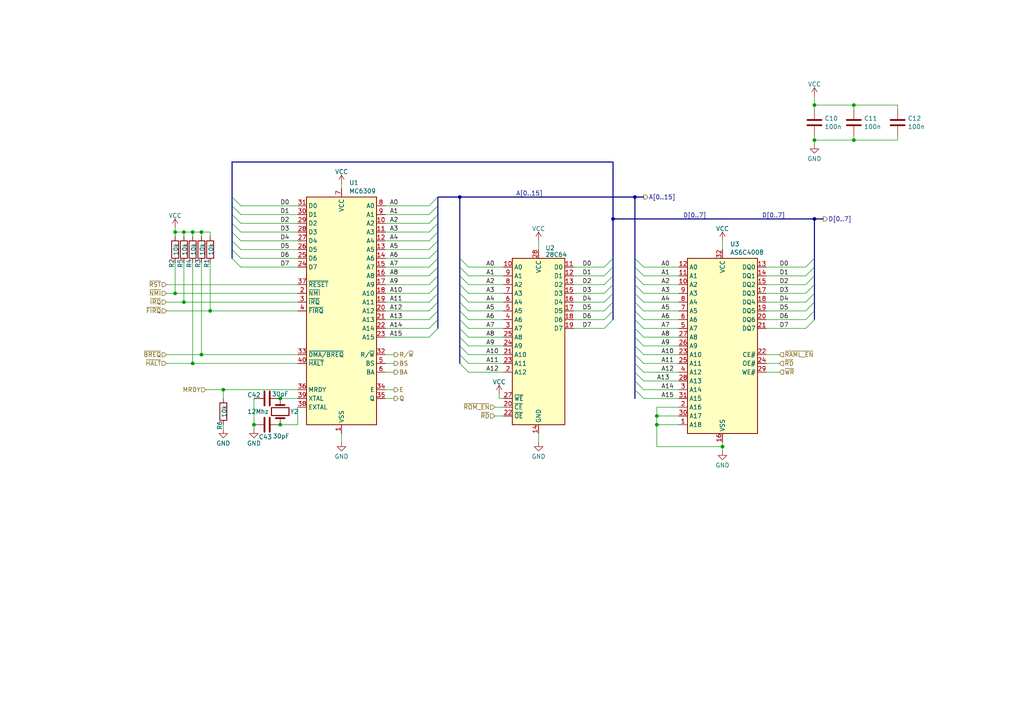
<source format=kicad_sch>
(kicad_sch (version 20231120) (generator "eeschema") (generator_version "8.0")
  (paper "A4")
  (lib_symbols
    (symbol "CPU_NXP_6800:MC6809"
      (property "Reference" "U" (at -7.62 34.29 0))
      (property "Value" "MC6809" (at 10.16 34.29 0))
      (symbol "MC6809_0_1"
        (rectangle (start -10.16 -33.02) (end 10.16 33.02) (stroke (width 0.254)) (fill (type background)))
      )
      (symbol "MC6809_1_1"
        (pin power_in line (at 0 -35.56 90) (length 2.54) (name "VSS") (number "1"))
        (pin output line (at 12.7 25.4 180) (length 2.54) (name "A2") (number "10"))
        (pin output line (at 12.7 22.86 180) (length 2.54) (name "A3") (number "11"))
        (pin output line (at 12.7 20.32 180) (length 2.54) (name "A4") (number "12"))
        (pin output line (at 12.7 17.78 180) (length 2.54) (name "A5") (number "13"))
        (pin output line (at 12.7 15.24 180) (length 2.54) (name "A6") (number "14"))
        (pin output line (at 12.7 12.7 180) (length 2.54) (name "A7") (number "15"))
        (pin output line (at 12.7 10.16 180) (length 2.54) (name "A8") (number "16"))
        (pin output line (at 12.7 7.62 180) (length 2.54) (name "A9") (number "17"))
        (pin output line (at 12.7 5.08 180) (length 2.54) (name "A10") (number "18"))
        (pin output line (at 12.7 2.54 180) (length 2.54) (name "A11") (number "19"))
        (pin input line (at -12.7 5.08 0) (length 2.54) (name "~{NMI}") (number "2"))
        (pin output line (at 12.7 0 180) (length 2.54) (name "A12") (number "20"))
        (pin output line (at 12.7 -2.54 180) (length 2.54) (name "A13") (number "21"))
        (pin output line (at 12.7 -5.08 180) (length 2.54) (name "A14") (number "22"))
        (pin output line (at 12.7 -7.62 180) (length 2.54) (name "A15") (number "23"))
        (pin bidirectional line (at -12.7 12.7 0) (length 2.54) (name "D7") (number "24"))
        (pin bidirectional line (at -12.7 15.24 0) (length 2.54) (name "D6") (number "25"))
        (pin bidirectional line (at -12.7 17.78 0) (length 2.54) (name "D5") (number "26"))
        (pin bidirectional line (at -12.7 20.32 0) (length 2.54) (name "D4") (number "27"))
        (pin bidirectional line (at -12.7 22.86 0) (length 2.54) (name "D3") (number "28"))
        (pin bidirectional line (at -12.7 25.4 0) (length 2.54) (name "D2") (number "29"))
        (pin input line (at -12.7 2.54 0) (length 2.54) (name "~{IRQ}") (number "3"))
        (pin bidirectional line (at -12.7 27.94 0) (length 2.54) (name "D1") (number "30"))
        (pin bidirectional line (at -12.7 30.48 0) (length 2.54) (name "D0") (number "31"))
        (pin output line (at 12.7 -12.7 180) (length 2.54) (name "R/~{W}") (number "32"))
        (pin input line (at -12.7 -12.7 0) (length 2.54) (name "~{DMA/BREQ}") (number "33"))
        (pin output line (at 12.7 -22.86 180) (length 2.54) (name "E") (number "34"))
        (pin output line (at 12.7 -25.4 180) (length 2.54) (name "Q") (number "35"))
        (pin input line (at -12.7 -22.86 0) (length 2.54) (name "MRDY") (number "36"))
        (pin input line (at -12.7 7.62 0) (length 2.54) (name "~{RESET}") (number "37"))
        (pin input line (at -12.7 -27.94 0) (length 2.54) (name "EXTAL") (number "38"))
        (pin input line (at -12.7 -25.4 0) (length 2.54) (name "XTAL") (number "39"))
        (pin input line (at -12.7 0 0) (length 2.54) (name "~{FIRQ}") (number "4"))
        (pin input line (at -12.7 -15.24 0) (length 2.54) (name "~{HALT}") (number "40"))
        (pin output line (at 12.7 -15.24 180) (length 2.54) (name "BS") (number "5"))
        (pin output line (at 12.7 -17.78 180) (length 2.54) (name "BA") (number "6"))
        (pin power_in line (at 0 35.56 270) (length 2.54) (name "VCC") (number "7"))
        (pin output line (at 12.7 30.48 180) (length 2.54) (name "A0") (number "8"))
        (pin output line (at 12.7 27.94 180) (length 2.54) (name "A1") (number "9"))
      )
    )
    (symbol "Device:C" (pin_numbers hide) (pin_names (offset 0.254))
      (property "Reference" "C" (at 0.635 2.54 0))
      (property "Value" "C" (at 0.635 -2.54 0))
      (symbol "C_0_1"
        (polyline (pts (xy -2.032 -0.762) (xy 2.032 -0.762)) (stroke (width 0.508)))
        (polyline (pts (xy -2.032 0.762) (xy 2.032 0.762)) (stroke (width 0.508)))
      )
      (symbol "C_1_1"
        (pin passive line (at 0 3.81 270) (length 2.794) (name "~") (number "1"))
        (pin passive line (at 0 -3.81 90) (length 2.794) (name "~") (number "2"))
      )
    )
    (symbol "Device:Crystal" (pin_numbers hide) (pin_names (offset 1.016) hide)
      (property "Reference" "Y" (at 0 3.81 0))
      (property "Value" "Crystal" (at 0 -3.81 0))
      (symbol "Crystal_0_1"
        (rectangle (start -1.143 2.54) (end 1.143 -2.54) (stroke (width 0.3048)))
        (polyline (pts (xy -2.54 0) (xy -1.905 0)))
        (polyline (pts (xy -1.905 -1.27) (xy -1.905 1.27)) (stroke (width 0.508)))
        (polyline (pts (xy 1.905 -1.27) (xy 1.905 1.27)) (stroke (width 0.508)))
        (polyline (pts (xy 2.54 0) (xy 1.905 0)))
      )
      (symbol "Crystal_1_1"
        (pin passive line (at -3.81 0 0) (length 1.27) (name "1") (number "1"))
        (pin passive line (at 3.81 0 180) (length 1.27) (name "2") (number "2"))
      )
    )
    (symbol "Device:R" (pin_numbers hide) (pin_names (offset 0))
      (property "Reference" "R" (at 2.032 0 90))
      (property "Value" "R" (at 0 0 90))
      (symbol "R_0_1"
        (rectangle (start -1.016 -2.54) (end 1.016 2.54) (stroke (width 0.254)))
      )
      (symbol "R_1_1"
        (pin passive line (at 0 3.81 270) (length 1.27) (name "~") (number "1"))
        (pin passive line (at 0 -3.81 90) (length 1.27) (name "~") (number "2"))
      )
    )
    (symbol "Memory_EPROM:27C64"
      (property "Reference" "U2" (at 1.9559 25.8699 0))
      (property "Value" "28C64" (at 1.9559 23.9489 0))
      (symbol "27C64_1_1"
        (rectangle (start -7.62 22.86) (end 7.62 -25.4) (stroke (width 0.254)) (fill (type background)))
        (pin input line (at -10.16 20.32 0) (length 2.54) (name "A0") (number "10"))
        (pin tri_state line (at 10.16 20.32 180) (length 2.54) (name "D0") (number "11"))
        (pin tri_state line (at 10.16 17.78 180) (length 2.54) (name "D1") (number "12"))
        (pin tri_state line (at 10.16 15.24 180) (length 2.54) (name "D2") (number "13"))
        (pin power_in line (at 0 -27.94 90) (length 2.54) (name "GND") (number "14"))
        (pin tri_state line (at 10.16 12.7 180) (length 2.54) (name "D3") (number "15"))
        (pin tri_state line (at 10.16 10.16 180) (length 2.54) (name "D4") (number "16"))
        (pin tri_state line (at 10.16 7.62 180) (length 2.54) (name "D5") (number "17"))
        (pin tri_state line (at 10.16 5.08 180) (length 2.54) (name "D6") (number "18"))
        (pin tri_state line (at 10.16 2.54 180) (length 2.54) (name "D7") (number "19"))
        (pin input line (at -10.16 -10.16 0) (length 2.54) (name "A12") (number "2"))
        (pin input line (at -10.16 -20.32 0) (length 2.54) (name "~{CE}") (number "20"))
        (pin input line (at -10.16 -5.08 0) (length 2.54) (name "A10") (number "21"))
        (pin input line (at -10.16 -22.86 0) (length 2.54) (name "~{OE}") (number "22"))
        (pin input line (at -10.16 -7.62 0) (length 2.54) (name "A11") (number "23"))
        (pin input line (at -10.16 -2.54 0) (length 2.54) (name "A9") (number "24"))
        (pin input line (at -10.16 0 0) (length 2.54) (name "A8") (number "25"))
        (pin no_connect line (at 7.62 0 180) (length 2.54) hide (name "NC") (number "26"))
        (pin input line (at -10.16 -17.78 0) (length 2.54) (name "~{WE}") (number "27"))
        (pin power_in line (at 0 25.4 270) (length 2.54) (name "VCC") (number "28"))
        (pin input line (at -10.16 2.54 0) (length 2.54) (name "A7") (number "3"))
        (pin input line (at -10.16 5.08 0) (length 2.54) (name "A6") (number "4"))
        (pin input line (at -10.16 7.62 0) (length 2.54) (name "A5") (number "5"))
        (pin input line (at -10.16 10.16 0) (length 2.54) (name "A4") (number "6"))
        (pin input line (at -10.16 12.7 0) (length 2.54) (name "A3") (number "7"))
        (pin input line (at -10.16 15.24 0) (length 2.54) (name "A2") (number "8"))
        (pin input line (at -10.16 17.78 0) (length 2.54) (name "A1") (number "9"))
      )
    )
    (symbol "Memory_RAM:AS6C4008-55PCN"
      (property "Reference" "U" (at -10.16 26.035 0))
      (property "Value" "AS6C4008-55PCN" (at 2.54 26.035 0))
      (symbol "AS6C4008-55PCN_0_0"
        (pin power_in line (at 0 -27.94 90) (length 2.54) (name "VSS") (number "16"))
        (pin power_in line (at 0 27.94 270) (length 2.54) (name "VCC") (number "32"))
      )
      (symbol "AS6C4008-55PCN_0_1"
        (rectangle (start -10.16 25.4) (end 10.16 -25.4) (stroke (width 0.254)) (fill (type background)))
      )
      (symbol "AS6C4008-55PCN_1_1"
        (pin input line (at -12.7 -22.86 0) (length 2.54) (name "A18") (number "1"))
        (pin input line (at -12.7 17.78 0) (length 2.54) (name "A2") (number "10"))
        (pin input line (at -12.7 20.32 0) (length 2.54) (name "A1") (number "11"))
        (pin input line (at -12.7 22.86 0) (length 2.54) (name "A0") (number "12"))
        (pin tri_state line (at 12.7 22.86 180) (length 2.54) (name "DQ0") (number "13"))
        (pin tri_state line (at 12.7 20.32 180) (length 2.54) (name "DQ1") (number "14"))
        (pin tri_state line (at 12.7 17.78 180) (length 2.54) (name "DQ2") (number "15"))
        (pin tri_state line (at 12.7 15.24 180) (length 2.54) (name "DQ3") (number "17"))
        (pin tri_state line (at 12.7 12.7 180) (length 2.54) (name "DQ4") (number "18"))
        (pin tri_state line (at 12.7 10.16 180) (length 2.54) (name "DQ5") (number "19"))
        (pin input line (at -12.7 -17.78 0) (length 2.54) (name "A16") (number "2"))
        (pin tri_state line (at 12.7 7.62 180) (length 2.54) (name "DQ6") (number "20"))
        (pin tri_state line (at 12.7 5.08 180) (length 2.54) (name "DQ7") (number "21"))
        (pin input line (at 12.7 -2.54 180) (length 2.54) (name "CE#") (number "22"))
        (pin input line (at -12.7 -2.54 0) (length 2.54) (name "A10") (number "23"))
        (pin input line (at 12.7 -5.08 180) (length 2.54) (name "OE#") (number "24"))
        (pin input line (at -12.7 -5.08 0) (length 2.54) (name "A11") (number "25"))
        (pin input line (at -12.7 0 0) (length 2.54) (name "A9") (number "26"))
        (pin input line (at -12.7 2.54 0) (length 2.54) (name "A8") (number "27"))
        (pin input line (at -12.7 -10.16 0) (length 2.54) (name "A13") (number "28"))
        (pin input line (at 12.7 -7.62 180) (length 2.54) (name "WE#") (number "29"))
        (pin input line (at -12.7 -12.7 0) (length 2.54) (name "A14") (number "3"))
        (pin input line (at -12.7 -20.32 0) (length 2.54) (name "A17") (number "30"))
        (pin input line (at -12.7 -15.24 0) (length 2.54) (name "A15") (number "31"))
        (pin input line (at -12.7 -7.62 0) (length 2.54) (name "A12") (number "4"))
        (pin input line (at -12.7 5.08 0) (length 2.54) (name "A7") (number "5"))
        (pin input line (at -12.7 7.62 0) (length 2.54) (name "A6") (number "6"))
        (pin input line (at -12.7 10.16 0) (length 2.54) (name "A5") (number "7"))
        (pin input line (at -12.7 12.7 0) (length 2.54) (name "A4") (number "8"))
        (pin input line (at -12.7 15.24 0) (length 2.54) (name "A3") (number "9"))
      )
    )
    (symbol "power:GND" (power) (pin_names (offset 0))
      (property "Value" "GND" (at 0 -3.81 0))
      (symbol "GND_0_1"
        (polyline (pts (xy 0 0) (xy 0 -1.27) (xy 1.27 -1.27) (xy 0 -2.54) (xy -1.27 -1.27) (xy 0 -1.27)))
      )
      (symbol "GND_1_1"
        (pin power_in line (at 0 0 270) (length 0) hide (name "GND") (number "1"))
      )
    )
    (symbol "power:VCC" (power) (pin_names (offset 0))
      (property "Value" "VCC" (at 0 3.81 0))
      (symbol "VCC_0_1"
        (polyline (pts (xy -0.762 1.27) (xy 0 2.54)))
        (polyline (pts (xy 0 0) (xy 0 2.54)))
        (polyline (pts (xy 0 2.54) (xy 0.762 1.27)))
      )
      (symbol "VCC_1_1"
        (pin power_in line (at 0 0 90) (length 0) hide (name "VCC") (number "1"))
      )
    )
  )
  (bus_alias "" (members))
  (bus_alias "BUS" (members "{A[15..0]" "AM[23..13]" "D[7..0]" "~{RD}" "~{WR}" "E" "Q" "R/~{W}" "~{IRQ}" "~{FIRQ}" "~{NMI}" "~{RST}" "~{HALT}" "~{BREQ}" "MRDY" "BS" "BA" "~{ROM_EN}" "~{RAML_EN}" "~{RAMH_EN}}"))
  (bus_alias "CPU_BUS" (members "A[15..0]" "AM[23..13]" "D[7..0]" "~RD" "~WR" "E" "Q" "R/~W" "~IRQ" "~FIRQ" "~NMI" "~RST" "~HALT" "~BREQ" "MRDY" "BS" "BA" "~ROM_EN" "~RAML_EN" "~RAMH_EN"))
  (junction (at 236.22 40.64))
  (junction (at 50.8 67.31))
  (junction (at 55.88 105.41))
  (junction (at 58.42 67.31))
  (junction (at 64.77 113.03))
  (junction (at 236.22 30.48))
  (junction (at 50.8 85.09))
  (junction (at 60.96 90.17))
  (junction (at 247.65 40.64))
  (junction (at 209.55 129.54))
  (junction (at 73.66 123.19))
  (junction (at 133.35 57.15))
  (junction (at 55.88 67.31))
  (junction (at 247.65 30.48))
  (junction (at 81.28 115.57))
  (junction (at 190.5 123.19))
  (junction (at 236.22 63.5))
  (junction (at 53.34 87.63))
  (junction (at 184.15 57.15))
  (junction (at 58.42 102.87))
  (junction (at 53.34 67.31))
  (junction (at 81.28 123.19))
  (junction (at 190.5 120.65))
  (junction (at 177.8 63.5))
  (bus_entry (at 124.46 62.23) (size 2.54 -2.54))
  (bus_entry (at 133.35 74.93) (size 2.54 2.54))
  (bus_entry (at 175.26 87.63) (size 2.54 -2.54))
  (bus_entry (at 175.26 77.47) (size 2.54 -2.54))
  (bus_entry (at 124.46 59.69) (size 2.54 -2.54))
  (bus_entry (at 175.26 85.09) (size 2.54 -2.54))
  (bus_entry (at 236.22 90.17) (size -2.54 2.54))
  (bus_entry (at 67.31 57.15) (size 2.54 2.54))
  (bus_entry (at 184.15 95.25) (size 2.54 2.54))
  (bus_entry (at 175.26 80.01) (size 2.54 -2.54))
  (bus_entry (at 133.35 102.87) (size 2.54 2.54))
  (bus_entry (at 133.35 100.33) (size 2.54 2.54))
  (bus_entry (at 67.31 67.31) (size 2.54 2.54))
  (bus_entry (at 124.46 64.77) (size 2.54 -2.54))
  (bus_entry (at 124.46 80.01) (size 2.54 -2.54))
  (bus_entry (at 124.46 90.17) (size 2.54 -2.54))
  (bus_entry (at 184.15 110.49) (size 2.54 2.54))
  (bus_entry (at 124.46 87.63) (size 2.54 -2.54))
  (bus_entry (at 184.15 82.55) (size 2.54 2.54))
  (bus_entry (at 236.22 77.47) (size -2.54 2.54))
  (bus_entry (at 124.46 74.93) (size 2.54 -2.54))
  (bus_entry (at 236.22 87.63) (size -2.54 2.54))
  (bus_entry (at 175.26 95.25) (size 2.54 -2.54))
  (bus_entry (at 124.46 67.31) (size 2.54 -2.54))
  (bus_entry (at 184.15 92.71) (size 2.54 2.54))
  (bus_entry (at 133.35 97.79) (size 2.54 2.54))
  (bus_entry (at 184.15 100.33) (size 2.54 2.54))
  (bus_entry (at 184.15 105.41) (size 2.54 2.54))
  (bus_entry (at 184.15 85.09) (size 2.54 2.54))
  (bus_entry (at 124.46 85.09) (size 2.54 -2.54))
  (bus_entry (at 133.35 85.09) (size 2.54 2.54))
  (bus_entry (at 67.31 64.77) (size 2.54 2.54))
  (bus_entry (at 133.35 87.63) (size 2.54 2.54))
  (bus_entry (at 124.46 92.71) (size 2.54 -2.54))
  (bus_entry (at 184.15 77.47) (size 2.54 2.54))
  (bus_entry (at 67.31 69.85) (size 2.54 2.54))
  (bus_entry (at 184.15 97.79) (size 2.54 2.54))
  (bus_entry (at 133.35 90.17) (size 2.54 2.54))
  (bus_entry (at 175.26 82.55) (size 2.54 -2.54))
  (bus_entry (at 133.35 80.01) (size 2.54 2.54))
  (bus_entry (at 236.22 85.09) (size -2.54 2.54))
  (bus_entry (at 236.22 74.93) (size -2.54 2.54))
  (bus_entry (at 236.22 82.55) (size -2.54 2.54))
  (bus_entry (at 124.46 97.79) (size 2.54 -2.54))
  (bus_entry (at 124.46 95.25) (size 2.54 -2.54))
  (bus_entry (at 67.31 74.93) (size 2.54 2.54))
  (bus_entry (at 184.15 87.63) (size 2.54 2.54))
  (bus_entry (at 124.46 69.85) (size 2.54 -2.54))
  (bus_entry (at 184.15 90.17) (size 2.54 2.54))
  (bus_entry (at 184.15 113.03) (size 2.54 2.54))
  (bus_entry (at 133.35 77.47) (size 2.54 2.54))
  (bus_entry (at 184.15 107.95) (size 2.54 2.54))
  (bus_entry (at 175.26 90.17) (size 2.54 -2.54))
  (bus_entry (at 133.35 82.55) (size 2.54 2.54))
  (bus_entry (at 133.35 95.25) (size 2.54 2.54))
  (bus_entry (at 184.15 80.01) (size 2.54 2.54))
  (bus_entry (at 67.31 72.39) (size 2.54 2.54))
  (bus_entry (at 124.46 72.39) (size 2.54 -2.54))
  (bus_entry (at 133.35 105.41) (size 2.54 2.54))
  (bus_entry (at 184.15 74.93) (size 2.54 2.54))
  (bus_entry (at 124.46 82.55) (size 2.54 -2.54))
  (bus_entry (at 67.31 59.69) (size 2.54 2.54))
  (bus_entry (at 67.31 62.23) (size 2.54 2.54))
  (bus_entry (at 236.22 92.71) (size -2.54 2.54))
  (bus_entry (at 133.35 92.71) (size 2.54 2.54))
  (bus_entry (at 124.46 77.47) (size 2.54 -2.54))
  (bus_entry (at 184.15 102.87) (size 2.54 2.54))
  (bus_entry (at 236.22 80.01) (size -2.54 2.54))
  (bus_entry (at 175.26 92.71) (size 2.54 -2.54))
  (wire (pts (xy 111.76 69.85) (xy 124.46 69.85)))
  (wire (pts (xy 209.55 128.27) (xy 209.55 129.54)))
  (wire (pts (xy 186.69 97.79) (xy 196.85 97.79)))
  (bus (pts (xy 177.8 87.63) (xy 177.8 90.17)))
  (wire (pts (xy 166.37 80.01) (xy 175.26 80.01)))
  (wire (pts (xy 53.34 67.31) (xy 55.88 67.31)))
  (bus (pts (xy 236.22 77.47) (xy 236.22 80.01)))
  (wire (pts (xy 135.89 77.47) (xy 146.05 77.47)))
  (wire (pts (xy 186.69 80.01) (xy 196.85 80.01)))
  (wire (pts (xy 48.26 105.41) (xy 55.88 105.41)))
  (wire (pts (xy 50.8 76.2) (xy 50.8 85.09)))
  (bus (pts (xy 177.8 74.93) (xy 177.8 77.47)))
  (wire (pts (xy 99.06 53.34) (xy 99.06 54.61)))
  (wire (pts (xy 64.77 113.03) (xy 86.36 113.03)))
  (bus (pts (xy 177.8 90.17) (xy 177.8 92.71)))
  (bus (pts (xy 184.15 110.49) (xy 184.15 113.03)))
  (wire (pts (xy 114.3 102.87) (xy 111.76 102.87)))
  (wire (pts (xy 60.96 90.17) (xy 86.36 90.17)))
  (bus (pts (xy 127 59.69) (xy 127 62.23)))
  (bus (pts (xy 184.15 100.33) (xy 184.15 102.87)))
  (wire (pts (xy 144.78 114.3) (xy 144.78 115.57)))
  (wire (pts (xy 48.26 102.87) (xy 58.42 102.87)))
  (wire (pts (xy 186.69 113.03) (xy 196.85 113.03)))
  (wire (pts (xy 58.42 67.31) (xy 58.42 68.58)))
  (wire (pts (xy 135.89 107.95) (xy 146.05 107.95)))
  (wire (pts (xy 58.42 102.87) (xy 86.36 102.87)))
  (wire (pts (xy 64.77 123.19) (xy 64.77 124.46)))
  (wire (pts (xy 222.25 80.01) (xy 233.68 80.01)))
  (wire (pts (xy 111.76 67.31) (xy 124.46 67.31)))
  (bus (pts (xy 186.69 57.15) (xy 184.15 57.15)))
  (bus (pts (xy 133.35 74.93) (xy 133.35 57.15)))
  (wire (pts (xy 111.76 82.55) (xy 124.46 82.55)))
  (wire (pts (xy 50.8 85.09) (xy 86.36 85.09)))
  (wire (pts (xy 59.69 113.03) (xy 64.77 113.03)))
  (wire (pts (xy 196.85 123.19) (xy 190.5 123.19)))
  (bus (pts (xy 133.35 95.25) (xy 133.35 97.79)))
  (bus (pts (xy 184.15 97.79) (xy 184.15 100.33)))
  (wire (pts (xy 186.69 110.49) (xy 196.85 110.49)))
  (wire (pts (xy 60.96 76.2) (xy 60.96 90.17)))
  (wire (pts (xy 186.69 77.47) (xy 196.85 77.47)))
  (bus (pts (xy 177.8 85.09) (xy 177.8 87.63)))
  (wire (pts (xy 260.35 40.64) (xy 260.35 39.37)))
  (wire (pts (xy 73.66 115.57) (xy 73.66 123.19)))
  (wire (pts (xy 58.42 67.31) (xy 60.96 67.31)))
  (bus (pts (xy 184.15 90.17) (xy 184.15 92.71)))
  (wire (pts (xy 186.69 87.63) (xy 196.85 87.63)))
  (wire (pts (xy 111.76 85.09) (xy 124.46 85.09)))
  (bus (pts (xy 184.15 74.93) (xy 184.15 77.47)))
  (wire (pts (xy 156.21 69.85) (xy 156.21 72.39)))
  (bus (pts (xy 133.35 57.15) (xy 184.15 57.15)))
  (wire (pts (xy 55.88 67.31) (xy 55.88 68.58)))
  (wire (pts (xy 186.69 107.95) (xy 196.85 107.95)))
  (bus (pts (xy 127 57.15) (xy 127 59.69)))
  (wire (pts (xy 196.85 120.65) (xy 190.5 120.65)))
  (bus (pts (xy 184.15 85.09) (xy 184.15 87.63)))
  (wire (pts (xy 111.76 59.69) (xy 124.46 59.69)))
  (wire (pts (xy 209.55 129.54) (xy 209.55 130.81)))
  (wire (pts (xy 226.06 105.41) (xy 222.25 105.41)))
  (bus (pts (xy 127 62.23) (xy 127 64.77)))
  (wire (pts (xy 135.89 97.79) (xy 146.05 97.79)))
  (bus (pts (xy 133.35 102.87) (xy 133.35 105.41)))
  (wire (pts (xy 166.37 77.47) (xy 175.26 77.47)))
  (bus (pts (xy 127 72.39) (xy 127 74.93)))
  (bus (pts (xy 67.31 62.23) (xy 67.31 59.69)))
  (wire (pts (xy 186.69 90.17) (xy 196.85 90.17)))
  (bus (pts (xy 127 67.31) (xy 127 69.85)))
  (wire (pts (xy 81.28 115.57) (xy 86.36 115.57)))
  (wire (pts (xy 135.89 80.01) (xy 146.05 80.01)))
  (wire (pts (xy 111.76 97.79) (xy 124.46 97.79)))
  (bus (pts (xy 184.15 87.63) (xy 184.15 90.17)))
  (bus (pts (xy 133.35 92.71) (xy 133.35 95.25)))
  (bus (pts (xy 236.22 87.63) (xy 236.22 90.17)))
  (wire (pts (xy 69.85 64.77) (xy 86.36 64.77)))
  (wire (pts (xy 111.76 90.17) (xy 124.46 90.17)))
  (wire (pts (xy 64.77 113.03) (xy 64.77 115.57)))
  (bus (pts (xy 184.15 105.41) (xy 184.15 107.95)))
  (bus (pts (xy 127 80.01) (xy 127 82.55)))
  (bus (pts (xy 67.31 46.99) (xy 177.8 46.99)))
  (bus (pts (xy 184.15 74.93) (xy 184.15 57.15)))
  (bus (pts (xy 236.22 63.5) (xy 177.8 63.5)))
  (wire (pts (xy 166.37 95.25) (xy 175.26 95.25)))
  (wire (pts (xy 135.89 87.63) (xy 146.05 87.63)))
  (wire (pts (xy 135.89 82.55) (xy 146.05 82.55)))
  (wire (pts (xy 247.65 30.48) (xy 260.35 30.48)))
  (wire (pts (xy 53.34 76.2) (xy 53.34 87.63)))
  (wire (pts (xy 135.89 95.25) (xy 146.05 95.25)))
  (wire (pts (xy 186.69 92.71) (xy 196.85 92.71)))
  (wire (pts (xy 166.37 85.09) (xy 175.26 85.09)))
  (bus (pts (xy 127 90.17) (xy 127 92.71)))
  (wire (pts (xy 111.76 74.93) (xy 124.46 74.93)))
  (wire (pts (xy 247.65 40.64) (xy 247.65 39.37)))
  (bus (pts (xy 127 85.09) (xy 127 87.63)))
  (wire (pts (xy 222.25 92.71) (xy 233.68 92.71)))
  (wire (pts (xy 135.89 90.17) (xy 146.05 90.17)))
  (bus (pts (xy 127 92.71) (xy 127 95.25)))
  (wire (pts (xy 236.22 40.64) (xy 247.65 40.64)))
  (bus (pts (xy 133.35 90.17) (xy 133.35 92.71)))
  (wire (pts (xy 69.85 62.23) (xy 86.36 62.23)))
  (wire (pts (xy 236.22 30.48) (xy 247.65 30.48)))
  (wire (pts (xy 236.22 40.64) (xy 236.22 41.91)))
  (bus (pts (xy 133.35 87.63) (xy 133.35 90.17)))
  (wire (pts (xy 196.85 118.11) (xy 190.5 118.11)))
  (bus (pts (xy 133.35 97.79) (xy 133.35 100.33)))
  (wire (pts (xy 186.69 100.33) (xy 196.85 100.33)))
  (bus (pts (xy 67.31 64.77) (xy 67.31 62.23)))
  (wire (pts (xy 186.69 115.57) (xy 196.85 115.57)))
  (wire (pts (xy 222.25 85.09) (xy 233.68 85.09)))
  (bus (pts (xy 67.31 57.15) (xy 67.31 46.99)))
  (wire (pts (xy 135.89 85.09) (xy 146.05 85.09)))
  (wire (pts (xy 143.51 118.11) (xy 146.05 118.11)))
  (bus (pts (xy 184.15 82.55) (xy 184.15 85.09)))
  (wire (pts (xy 73.66 124.46) (xy 73.66 123.19)))
  (wire (pts (xy 226.06 102.87) (xy 222.25 102.87)))
  (wire (pts (xy 69.85 74.93) (xy 86.36 74.93)))
  (bus (pts (xy 184.15 80.01) (xy 184.15 82.55)))
  (wire (pts (xy 111.76 95.25) (xy 124.46 95.25)))
  (bus (pts (xy 127 87.63) (xy 127 90.17)))
  (wire (pts (xy 260.35 30.48) (xy 260.35 31.75)))
  (wire (pts (xy 114.3 115.57) (xy 111.76 115.57)))
  (bus (pts (xy 177.8 63.5) (xy 177.8 74.93)))
  (wire (pts (xy 55.88 76.2) (xy 55.88 105.41)))
  (wire (pts (xy 58.42 76.2) (xy 58.42 102.87)))
  (wire (pts (xy 69.85 72.39) (xy 86.36 72.39)))
  (wire (pts (xy 186.69 82.55) (xy 196.85 82.55)))
  (bus (pts (xy 177.8 46.99) (xy 177.8 63.5)))
  (wire (pts (xy 236.22 27.94) (xy 236.22 30.48)))
  (bus (pts (xy 236.22 80.01) (xy 236.22 82.55)))
  (bus (pts (xy 238.76 63.5) (xy 236.22 63.5)))
  (wire (pts (xy 190.5 120.65) (xy 190.5 123.19)))
  (wire (pts (xy 50.8 67.31) (xy 50.8 68.58)))
  (bus (pts (xy 67.31 72.39) (xy 67.31 69.85)))
  (wire (pts (xy 48.26 87.63) (xy 53.34 87.63)))
  (bus (pts (xy 133.35 82.55) (xy 133.35 85.09)))
  (wire (pts (xy 69.85 59.69) (xy 86.36 59.69)))
  (bus (pts (xy 236.22 74.93) (xy 236.22 77.47)))
  (wire (pts (xy 166.37 90.17) (xy 175.26 90.17)))
  (wire (pts (xy 247.65 40.64) (xy 260.35 40.64)))
  (bus (pts (xy 67.31 74.93) (xy 67.31 72.39)))
  (bus (pts (xy 184.15 92.71) (xy 184.15 95.25)))
  (wire (pts (xy 114.3 105.41) (xy 111.76 105.41)))
  (wire (pts (xy 99.06 125.73) (xy 99.06 128.27)))
  (bus (pts (xy 177.8 80.01) (xy 177.8 82.55)))
  (bus (pts (xy 236.22 82.55) (xy 236.22 85.09)))
  (bus (pts (xy 184.15 95.25) (xy 184.15 97.79)))
  (wire (pts (xy 186.69 85.09) (xy 196.85 85.09)))
  (bus (pts (xy 133.35 77.47) (xy 133.35 80.01)))
  (wire (pts (xy 48.26 85.09) (xy 50.8 85.09)))
  (bus (pts (xy 236.22 90.17) (xy 236.22 92.71)))
  (wire (pts (xy 111.76 64.77) (xy 124.46 64.77)))
  (wire (pts (xy 111.76 62.23) (xy 124.46 62.23)))
  (wire (pts (xy 111.76 92.71) (xy 124.46 92.71)))
  (wire (pts (xy 190.5 118.11) (xy 190.5 120.65)))
  (wire (pts (xy 111.76 87.63) (xy 124.46 87.63)))
  (wire (pts (xy 222.25 77.47) (xy 233.68 77.47)))
  (bus (pts (xy 127 77.47) (xy 127 80.01)))
  (wire (pts (xy 186.69 102.87) (xy 196.85 102.87)))
  (wire (pts (xy 166.37 82.55) (xy 175.26 82.55)))
  (wire (pts (xy 60.96 67.31) (xy 60.96 68.58)))
  (bus (pts (xy 177.8 77.47) (xy 177.8 80.01)))
  (wire (pts (xy 144.78 115.57) (xy 146.05 115.57)))
  (wire (pts (xy 135.89 105.41) (xy 146.05 105.41)))
  (wire (pts (xy 86.36 123.19) (xy 86.36 118.11)))
  (wire (pts (xy 166.37 92.71) (xy 175.26 92.71)))
  (wire (pts (xy 53.34 87.63) (xy 86.36 87.63)))
  (wire (pts (xy 114.3 113.03) (xy 111.76 113.03)))
  (wire (pts (xy 135.89 92.71) (xy 146.05 92.71)))
  (wire (pts (xy 190.5 123.19) (xy 190.5 129.54)))
  (bus (pts (xy 184.15 77.47) (xy 184.15 80.01)))
  (bus (pts (xy 67.31 69.85) (xy 67.31 67.31)))
  (bus (pts (xy 127 82.55) (xy 127 85.09)))
  (wire (pts (xy 55.88 67.31) (xy 58.42 67.31)))
  (bus (pts (xy 133.35 74.93) (xy 133.35 77.47)))
  (bus (pts (xy 133.35 80.01) (xy 133.35 82.55)))
  (bus (pts (xy 184.15 113.03) (xy 184.15 115.57)))
  (wire (pts (xy 166.37 87.63) (xy 175.26 87.63)))
  (wire (pts (xy 111.76 77.47) (xy 124.46 77.47)))
  (bus (pts (xy 67.31 67.31) (xy 67.31 64.77)))
  (wire (pts (xy 114.3 107.95) (xy 111.76 107.95)))
  (bus (pts (xy 67.31 59.69) (xy 67.31 57.15)))
  (wire (pts (xy 222.25 82.55) (xy 233.68 82.55)))
  (bus (pts (xy 184.15 107.95) (xy 184.15 110.49)))
  (wire (pts (xy 53.34 67.31) (xy 53.34 68.58)))
  (wire (pts (xy 69.85 69.85) (xy 86.36 69.85)))
  (wire (pts (xy 50.8 67.31) (xy 53.34 67.31)))
  (wire (pts (xy 226.06 107.95) (xy 222.25 107.95)))
  (bus (pts (xy 236.22 85.09) (xy 236.22 87.63)))
  (bus (pts (xy 133.35 85.09) (xy 133.35 87.63)))
  (wire (pts (xy 143.51 120.65) (xy 146.05 120.65)))
  (wire (pts (xy 236.22 30.48) (xy 236.22 31.75)))
  (bus (pts (xy 133.35 57.15) (xy 127 57.15)))
  (bus (pts (xy 127 69.85) (xy 127 72.39)))
  (wire (pts (xy 111.76 72.39) (xy 124.46 72.39)))
  (wire (pts (xy 55.88 105.41) (xy 86.36 105.41)))
  (wire (pts (xy 69.85 77.47) (xy 86.36 77.47)))
  (wire (pts (xy 186.69 95.25) (xy 196.85 95.25)))
  (wire (pts (xy 50.8 66.04) (xy 50.8 67.31)))
  (bus (pts (xy 133.35 100.33) (xy 133.35 102.87)))
  (bus (pts (xy 236.22 74.93) (xy 236.22 63.5)))
  (wire (pts (xy 135.89 100.33) (xy 146.05 100.33)))
  (wire (pts (xy 247.65 30.48) (xy 247.65 31.75)))
  (wire (pts (xy 186.69 105.41) (xy 196.85 105.41)))
  (wire (pts (xy 222.25 95.25) (xy 233.68 95.25)))
  (wire (pts (xy 222.25 90.17) (xy 233.68 90.17)))
  (wire (pts (xy 222.25 87.63) (xy 233.68 87.63)))
  (wire (pts (xy 135.89 102.87) (xy 146.05 102.87)))
  (wire (pts (xy 48.26 90.17) (xy 60.96 90.17)))
  (bus (pts (xy 127 64.77) (xy 127 67.31)))
  (bus (pts (xy 177.8 82.55) (xy 177.8 85.09)))
  (bus (pts (xy 127 74.93) (xy 127 77.47)))
  (wire (pts (xy 209.55 69.85) (xy 209.55 72.39)))
  (wire (pts (xy 156.21 125.73) (xy 156.21 128.27)))
  (bus (pts (xy 184.15 102.87) (xy 184.15 105.41)))
  (wire (pts (xy 236.22 39.37) (xy 236.22 40.64)))
  (wire (pts (xy 69.85 67.31) (xy 86.36 67.31)))
  (wire (pts (xy 81.28 123.19) (xy 86.36 123.19)))
  (wire (pts (xy 111.76 80.01) (xy 124.46 80.01)))
  (wire (pts (xy 190.5 129.54) (xy 209.55 129.54)))
  (wire (pts (xy 48.26 82.55) (xy 86.36 82.55)))
  (label "A9" (at 113.03 82.55 0))
  (label "D4" (at 226.06 87.63 0))
  (label "A7" (at 140.97 95.25 0))
  (label "A6" (at 140.97 92.71 0))
  (label "A15" (at 113.03 97.79 0))
  (label "A3" (at 113.03 67.31 0))
  (label "A9" (at 191.77 100.33 0))
  (label "A2" (at 113.03 64.77 0))
  (label "D1" (at 81.28 62.23 0))
  (label "D1" (at 168.91 80.01 0))
  (label "A0" (at 191.77 77.47 0))
  (label "A5" (at 113.03 72.39 0))
  (label "A4" (at 113.03 69.85 0))
  (label "D4" (at 168.91 87.63 0))
  (label "D6" (at 168.91 92.71 0))
  (label "A11" (at 140.97 105.41 0))
  (label "D5" (at 168.91 90.17 0))
  (label "A8" (at 113.03 80.01 0))
  (label "D7" (at 226.06 95.25 0))
  (label "A10" (at 140.97 102.87 0))
  (label "D2" (at 168.91 82.55 0))
  (label "A15" (at 191.77 115.57 0))
  (label "A12" (at 113.03 90.17 0))
  (label "D[0..7]" (at 198.12 63.5 0))
  (label "D5" (at 81.28 72.39 0))
  (label "D6" (at 81.28 74.93 0))
  (label "D3" (at 168.91 85.09 0))
  (label "A11" (at 191.77 105.41 0))
  (label "A14" (at 191.77 113.03 0))
  (label "A8" (at 191.77 97.79 0))
  (label "A1" (at 191.77 80.01 0))
  (label "D2" (at 81.28 64.77 0))
  (label "A1" (at 140.97 80.01 0))
  (label "D3" (at 81.28 67.31 0))
  (label "A12" (at 191.77 107.95 0))
  (label "A3" (at 140.97 85.09 0))
  (label "A4" (at 140.97 87.63 0))
  (label "D7" (at 81.28 77.47 0))
  (label "A5" (at 191.77 90.17 0))
  (label "A9" (at 140.97 100.33 0))
  (label "D3" (at 226.06 85.09 0))
  (label "D7" (at 168.91 95.25 0))
  (label "A4" (at 191.77 87.63 0))
  (label "D6" (at 226.06 92.71 0))
  (label "A3" (at 191.77 85.09 0))
  (label "A10" (at 191.77 102.87 0))
  (label "A2" (at 191.77 82.55 0))
  (label "D[0..7]" (at 220.98 63.5 0))
  (label "A12" (at 140.97 107.95 0))
  (label "D0" (at 81.28 59.69 0))
  (label "A0" (at 113.03 59.69 0))
  (label "A5" (at 140.97 90.17 0))
  (label "A11" (at 113.03 87.63 0))
  (label "D0" (at 168.91 77.47 0))
  (label "A13" (at 190.5 110.49 0))
  (label "A6" (at 113.03 74.93 0))
  (label "A13" (at 113.03 92.71 0))
  (label "A[0..15]" (at 157.48 57.15 180))
  (label "D4" (at 81.28 69.85 0))
  (label "A2" (at 140.97 82.55 0))
  (label "A1" (at 113.03 62.23 0))
  (label "A0" (at 140.97 77.47 0))
  (label "A7" (at 191.77 95.25 0))
  (label "D1" (at 226.06 80.01 0))
  (label "A7" (at 113.03 77.47 0))
  (label "D5" (at 226.06 90.17 0))
  (label "A10" (at 113.03 85.09 0))
  (label "A6" (at 191.77 92.71 0))
  (label "A8" (at 140.97 97.79 0))
  (label "D2" (at 226.06 82.55 0))
  (label "A14" (at 113.03 95.25 0))
  (label "D0" (at 226.06 77.47 0))
  (hierarchical_label "R{slash}~{W}" (shape output) (at 114.3 102.87 0))
  (hierarchical_label "~{RAML_EN}" (shape input) (at 226.06 102.87 0))
  (hierarchical_label "~{FIRQ}" (shape input) (at 48.26 90.17 180))
  (hierarchical_label "BA" (shape output) (at 114.3 107.95 0))
  (hierarchical_label "BS" (shape output) (at 114.3 105.41 0))
  (hierarchical_label "E" (shape output) (at 114.3 113.03 0))
  (hierarchical_label "~{NMI}" (shape input) (at 48.26 85.09 180))
  (hierarchical_label "~{RST}" (shape input) (at 48.26 82.55 180))
  (hierarchical_label "~{ROM_EN}" (shape input) (at 143.51 118.11 180))
  (hierarchical_label "MRDY" (shape input) (at 59.69 113.03 180))
  (hierarchical_label "~{HALT}" (shape input) (at 48.26 105.41 180))
  (hierarchical_label "~{BREQ}" (shape input) (at 48.26 102.87 180))
  (hierarchical_label "Q" (shape output) (at 114.3 115.57 0))
  (hierarchical_label "A[0..15]" (shape output) (at 186.69 57.15 0))
  (hierarchical_label "D[0..7]" (shape output) (at 238.76 63.5 0))
  (hierarchical_label "~{RD}" (shape input) (at 226.06 105.41 0))
  (hierarchical_label "~{RD}" (shape input) (at 143.51 120.65 180))
  (hierarchical_label "~{WR}" (shape input) (at 226.06 107.95 0))
  (hierarchical_label "~{IRQ}" (shape input) (at 48.26 87.63 180))
  (symbol (lib_id "power:GND") (at 99.06 128.27 0) (unit 1)
    (property "Reference" "#PWR02" (effects (hide yes)))
    (property "Value" "GND" (at 99.06 132.4055 0))
  )
  (symbol (lib_id "Device:C") (at 77.47 115.57 270) (mirror x) (unit 1)
    (property "Reference" "C42" (at 73.66 114.554 90))
    (property "Value" "30pF" (at 81.28 114.3 90))
    (property "Footprint" "Capacitor_THT:C_Disc_D5.0mm_W2.5mm_P2.50mm" (effects (hide yes)))
  )
  (symbol (lib_id "Device:Crystal") (at 81.28 119.38 270) (mirror x) (unit 1)
    (property "Reference" "Y2" (at 86.614 119.38 90) (effects (justify right)))
    (property "Value" "12Mhz" (at 77.978 119.38 90) (effects (justify right)))
    (property "Footprint" "Crystal:Crystal_HC49-U_Vertical" (effects (hide yes)))
    (property "Description" "Two pin crystal" (effects (hide yes)))
  )
  (symbol (lib_id "power:VCC") (at 99.06 53.34 0) (unit 1)
    (property "Reference" "#PWR01" (effects (hide yes)))
    (property "Value" "VCC" (at 99.06 49.8381 0))
  )
  (symbol (lib_id "Device:R") (at 50.8 72.39 180) (unit 1)
    (property "Reference" "R2" (at 49.784 77.724 90) (effects (justify right)))
    (property "Value" "10k" (at 51.054 74.168 90) (effects (justify right)))
    (property "Footprint" "Resistor_THT:R_Axial_DIN0204_L3.6mm_D1.6mm_P7.62mm_Horizontal" (effects (hide yes)))
    (property "Description" "Resistor" (effects (hide yes)))
  )
  (symbol (lib_id "power:VCC") (at 144.78 114.3 0) (unit 1)
    (property "Reference" "#PWR07" (effects (hide yes)))
    (property "Value" "VCC" (at 144.78 110.7981 0))
  )
  (symbol (lib_id "Device:C") (at 260.35 35.56 0) (unit 1)
    (property "Reference" "C12" (at 263.271 34.3478 0) (effects (justify left)))
    (property "Value" "100n" (at 263.271 36.7721 0) (effects (justify left)))
    (property "Footprint" "Capacitor_THT:C_Disc_D5.0mm_W2.5mm_P2.50mm" (effects (hide yes)))
  )
  (symbol (lib_id "Device:C") (at 236.22 35.56 0) (unit 1)
    (property "Reference" "C10" (at 239.141 34.3478 0) (effects (justify left)))
    (property "Value" "100n" (at 239.141 36.7721 0) (effects (justify left)))
    (property "Footprint" "Capacitor_THT:C_Disc_D5.0mm_W2.5mm_P2.50mm" (effects (hide yes)))
  )
  (symbol (lib_id "power:GND") (at 73.66 124.46 0) (unit 1)
    (property "Reference" "#PWR0109" (effects (hide yes)))
    (property "Value" "GND" (at 73.66 128.5955 0))
  )
  (symbol (lib_id "Memory_EPROM:27C64") (at 156.21 97.79 0) (unit 1)
    (property "Reference" "U2" (at 158.1659 71.9201 0) (effects (justify left)))
    (property "Value" "28C64" (at 158.1659 73.8411 0) (effects (justify left)))
    (property "Footprint" "Package_DIP:DIP-28_W15.24mm_Socket" (effects (hide yes)))
    (property "Datasheet" "http://ww1.microchip.com/downloads/en/DeviceDoc/11107M.pdf" (effects (hide yes)))
  )
  (symbol (lib_id "power:GND") (at 236.22 41.91 0) (unit 1)
    (property "Reference" "#PWR055" (effects (hide yes)))
    (property "Value" "GND" (at 236.22 46.0455 0))
  )
  (symbol (lib_id "power:VCC") (at 236.22 27.94 0) (unit 1)
    (property "Reference" "#PWR056" (effects (hide yes)))
    (property "Value" "VCC" (at 236.22 24.4381 0))
  )
  (symbol (lib_id "Device:R") (at 53.34 72.39 180) (unit 1)
    (property "Reference" "R5" (at 52.324 77.724 90) (effects (justify right)))
    (property "Value" "10k" (at 53.594 74.168 90) (effects (justify right)))
    (property "Footprint" "Resistor_THT:R_Axial_DIN0204_L3.6mm_D1.6mm_P7.62mm_Horizontal" (effects (hide yes)))
    (property "Description" "Resistor" (effects (hide yes)))
  )
  (symbol (lib_id "Device:R") (at 60.96 72.39 180) (unit 1)
    (property "Reference" "R1" (at 59.944 77.724 90) (effects (justify right)))
    (property "Value" "10k" (at 61.214 74.168 90) (effects (justify right)))
    (property "Footprint" "Resistor_THT:R_Axial_DIN0204_L3.6mm_D1.6mm_P7.62mm_Horizontal" (effects (hide yes)))
    (property "Description" "Resistor" (effects (hide yes)))
  )
  (symbol (lib_id "CPU_NXP_6800:MC6809") (at 99.06 90.17 0) (unit 1)
    (property "Reference" "U1" (at 101.2541 53.0055 0) (effects (justify left)))
    (property "Value" "MC6309" (at 101.2541 55.4298 0) (effects (justify left)))
    (property "Footprint" "Package_DIP:DIP-40_W15.24mm_Socket" (effects (hide yes)))
    (property "Datasheet" "http://pdf.datasheetcatalog.com/datasheet/motorola/MC68B09S.pdf" (effects (hide yes)))
  )
  (symbol (lib_id "power:VCC") (at 209.55 69.85 0) (unit 1)
    (property "Reference" "#PWR05" (effects (hide yes)))
    (property "Value" "VCC" (at 209.55 66.3481 0))
  )
  (symbol (lib_id "Device:R") (at 58.42 72.39 180) (unit 1)
    (property "Reference" "R3" (at 57.404 77.724 90) (effects (justify right)))
    (property "Value" "10k" (at 58.674 74.168 90) (effects (justify right)))
    (property "Footprint" "Resistor_THT:R_Axial_DIN0204_L3.6mm_D1.6mm_P7.62mm_Horizontal" (effects (hide yes)))
    (property "Description" "Resistor" (effects (hide yes)))
  )
  (symbol (lib_id "power:GND") (at 64.77 124.46 0) (unit 1)
    (property "Reference" "#PWR011" (effects (hide yes)))
    (property "Value" "GND" (at 64.77 128.5955 0))
  )
  (symbol (lib_id "Device:R") (at 55.88 72.39 180) (unit 1)
    (property "Reference" "R4" (at 54.864 77.724 90) (effects (justify right)))
    (property "Value" "10k" (at 56.134 74.168 90) (effects (justify right)))
    (property "Footprint" "Resistor_THT:R_Axial_DIN0204_L3.6mm_D1.6mm_P7.62mm_Horizontal" (effects (hide yes)))
    (property "Description" "Resistor" (effects (hide yes)))
  )
  (symbol (lib_id "power:VCC") (at 50.8 66.04 0) (unit 1)
    (property "Reference" "#PWR08" (effects (hide yes)))
    (property "Value" "VCC" (at 50.8 62.5381 0))
  )
  (symbol (lib_id "power:GND") (at 209.55 130.81 0) (unit 1)
    (property "Reference" "#PWR06" (effects (hide yes)))
    (property "Value" "GND" (at 209.55 134.9455 0))
  )
  (symbol (lib_id "power:VCC") (at 156.21 69.85 0) (unit 1)
    (property "Reference" "#PWR03" (effects (hide yes)))
    (property "Value" "VCC" (at 156.21 66.3481 0))
  )
  (symbol (lib_id "Memory_RAM:AS6C4008-55PCN") (at 209.55 100.33 0) (unit 1)
    (property "Reference" "U3" (at 211.7441 70.7855 0) (effects (justify left)))
    (property "Value" "AS6C4008" (at 211.7441 73.2098 0) (effects (justify left)))
    (property "Footprint" "Package_DIP:DIP-32_W15.24mm_Socket" (effects (hide yes)))
    (property "Datasheet" "https://www.alliancememory.com/wp-content/uploads/pdf/AS6C4008.pdf" (effects (hide yes)))
  )
  (symbol (lib_id "Device:C") (at 247.65 35.56 0) (unit 1)
    (property "Reference" "C11" (at 250.571 34.3478 0) (effects (justify left)))
    (property "Value" "100n" (at 250.571 36.7721 0) (effects (justify left)))
    (property "Footprint" "Capacitor_THT:C_Disc_D5.0mm_W2.5mm_P2.50mm" (effects (hide yes)))
  )
  (symbol (lib_id "Device:R") (at 64.77 119.38 180) (unit 1)
    (property "Reference" "R6" (at 63.754 124.714 90) (effects (justify right)))
    (property "Value" "10k" (at 65.024 121.158 90) (effects (justify right)))
    (property "Footprint" "Resistor_THT:R_Axial_DIN0204_L3.6mm_D1.6mm_P7.62mm_Horizontal" (effects (hide yes)))
    (property "Description" "Resistor" (effects (hide yes)))
  )
  (symbol (lib_id "Device:C") (at 77.47 123.19 270) (mirror x) (unit 1)
    (property "Reference" "C43" (at 76.962 126.746 90))
    (property "Value" "30pF" (at 81.534 126.492 90))
    (property "Footprint" "Capacitor_THT:C_Disc_D5.0mm_W2.5mm_P2.50mm" (effects (hide yes)))
  )
  (symbol (lib_id "power:GND") (at 156.21 128.27 0) (unit 1)
    (property "Reference" "#PWR04" (effects (hide yes)))
    (property "Value" "GND" (at 156.21 132.4055 0))
  )
)
</source>
